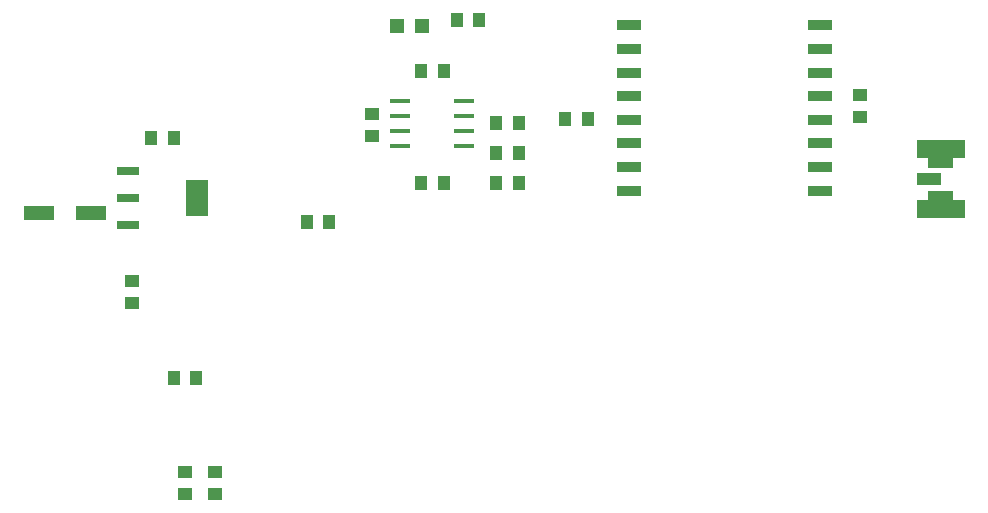
<source format=gtp>
G04 DipTrace 3.0.0.2*
G04 Teensy3.6TouchDisplayLoRa.gtp*
%MOIN*%
G04 #@! TF.FileFunction,Paste,Top*
G04 #@! TF.Part,Single*
%AMOUTLINE7*
4,1,4,
-0.03937,-0.015748,
0.03937,-0.015748,
0.03937,0.015748,
-0.03937,0.015748,
-0.03937,-0.015748,
0*%
%AMOUTLINE8*
4,1,4,
0.03937,0.015748,
-0.03937,0.015748,
-0.03937,-0.015748,
0.03937,-0.015748,
0.03937,0.015748,
0*%
%AMOUTLINE9*
4,1,4,
0.08,-0.03,
0.08,0.03,
-0.08,0.03,
-0.08,-0.03,
0.08,-0.03,
0*%
%AMOUTLINE10*
4,1,4,
0.04,-0.02,
0.04,0.02,
-0.04,0.02,
-0.04,-0.02,
0.04,-0.02,
0*%
%ADD35R,0.1X0.05*%
%ADD41R,0.047244X0.047244*%
%ADD75R,0.070866X0.015748*%
%ADD77R,0.076772X0.120079*%
%ADD79R,0.076772X0.029528*%
%ADD105R,0.051181X0.043307*%
%ADD107R,0.043307X0.051181*%
%ADD120OUTLINE7*%
%ADD121OUTLINE8*%
%ADD122OUTLINE9*%
%ADD123OUTLINE10*%
%FSLAX26Y26*%
G04*
G70*
G90*
G75*
G01*
G04 TopPaste*
%LPD*%
D107*
X2256103Y1743701D3*
X2181299D3*
D105*
X3393701Y2037360D3*
Y1962557D3*
X1768557Y1974785D3*
Y1899982D3*
D107*
X1549830Y1612323D3*
X1624633D3*
X2256103Y1943701D3*
X2181299D3*
D35*
X831201Y1643701D3*
X656201D3*
D107*
X1031299Y1893701D3*
X1106103D3*
D41*
X1935029Y2268701D3*
X1852352D3*
D107*
X2006103Y2118701D3*
X1931299D3*
X1181103Y1093628D3*
X1106299D3*
D105*
X968641Y1418593D3*
Y1343790D3*
D107*
X1931299Y1743701D3*
X2006103D3*
X2050019Y2287439D3*
X2124822D3*
D105*
X1143701Y706299D3*
Y781103D3*
X1243701Y706299D3*
Y781103D3*
D107*
X2412239Y1956037D3*
X2487042D3*
X2256103Y1843701D3*
X2181299D3*
D120*
X3262598Y1718110D3*
Y1796851D3*
Y1875591D3*
Y1954331D3*
Y2033071D3*
Y2111811D3*
Y2190551D3*
Y2269292D3*
D121*
X2624803D3*
Y2190551D3*
Y2111811D3*
Y2033071D3*
Y1954331D3*
Y1875591D3*
Y1796851D3*
Y1718110D3*
D79*
X954528Y1784252D3*
Y1693701D3*
Y1603150D3*
D77*
X1182874Y1693701D3*
D75*
X2075000Y1868701D3*
Y1918701D3*
Y1968701D3*
Y2018701D3*
X1862402D3*
Y1968701D3*
Y1918701D3*
Y1868701D3*
G36*
X3587683Y1737194D2*
X3617675D1*
Y1775232D1*
X3587683D1*
Y1737194D1*
G37*
G36*
X3620705Y1685272D2*
X3704671D1*
Y1717330D1*
X3620705D1*
Y1685272D1*
G37*
G36*
X3704723Y1827076D2*
X3620705D1*
Y1795148D1*
X3704723D1*
Y1827076D1*
G37*
D122*
X3663702Y1856200D3*
Y1656200D3*
D123*
X3623702Y1756200D3*
M02*

</source>
